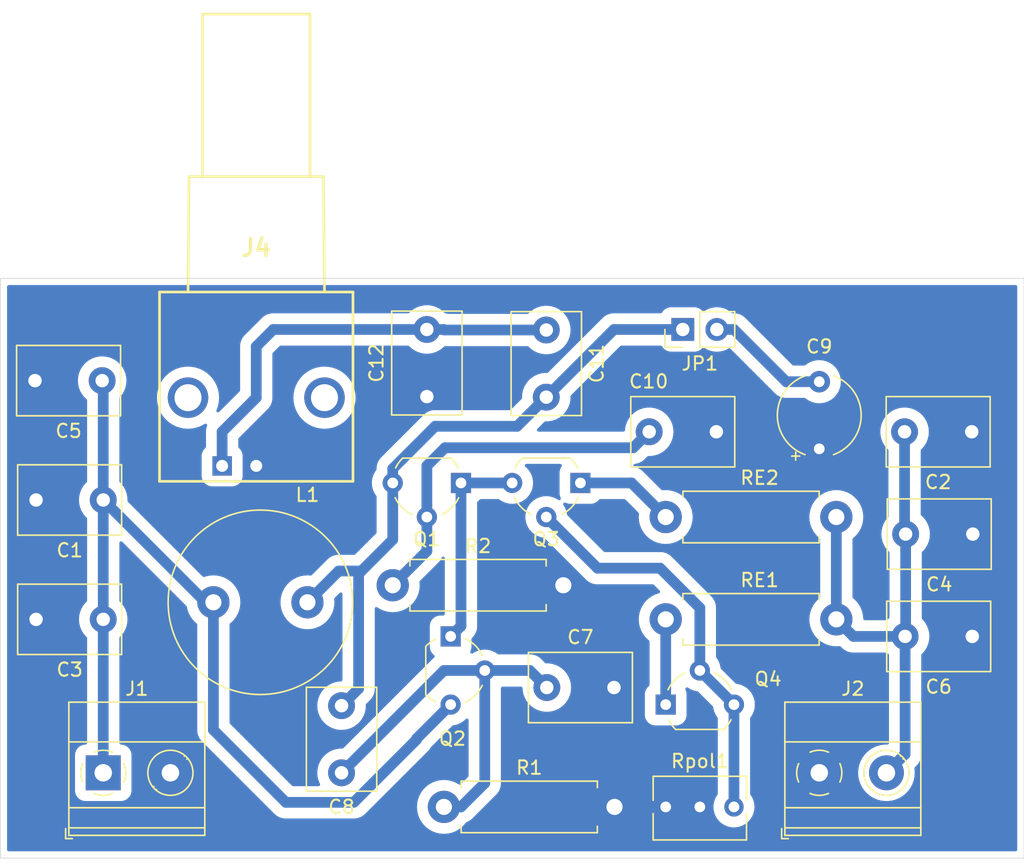
<source format=kicad_pcb>
(kicad_pcb (version 20240108) (generator "pcbnew") (generator_version "8.0")
  (layers (0 "F.Cu" signal) (31 "B.Cu" signal) (34 "B.Paste" user) (35 "F.Paste" user) (36 "B.SilkS" user "B.Silkscreen") (37 "F.SilkS" user "F.Silkscreen") (38 "B.Mask" user) (39 "F.Mask" user) (44 "Edge.Cuts" user))
  (net 0 "")
  (net 1 "GND")
  (net 2 "+6V")
  (net 3 "-6V")
  (net 4 "Net-(Q2-B)")
  (net 5 "Net-(JP1-A)")
  (net 6 "Net-(JP1-B)")
  (net 7 "Net-(Q1-B)")
  (net 8 "Net-(J4-In)")
  (net 9 "Net-(Q1-E)")
  (net 10 "Net-(Q3-E)")
  (net 11 "Net-(Q3-B)")
  (net 12 "Net-(Q4-E)")
  (footprint "Inductor_THT:L_Radial_D13.5mm_P7.00mm_Fastron_09HCP" (layer "F.Cu") (at 81.9 128.27)
    (property "Reference" "L1" (at 7 -8 0) (layer "F.SilkS"))
    (property "Value" "300n")
    (fp_circle (center 3.5 0) (end 10.37 0) (stroke (width 0.12)) (fill none) (layer "F.SilkS"))
    (pad "1" thru_hole circle (at 0 0) (size 2.4 2.4) (drill 1.2) (layers "*.Cu" "*.Mask") (net 2 "+6V"))
    (pad "2" thru_hole circle (at 7 0) (size 2.4 2.4) (drill 1.2) (layers "*.Cu" "*.Mask") (net 5 "Net-(JP1-A)"))
  )
  (footprint "Capacitor_THT:C_Disc_D7.5mm_W5.0mm_P5.00mm" (layer "F.Cu") (at 73.7 129.54 180)
    (property "Reference" "C3" (at 2.5 -3.75 360) (layer "F.SilkS"))
    (property "Value" "0.01u")
    (fp_line (start 6.37 -2.62) (end 6.37 2.62) (stroke (width 0.12)) (layer "F.SilkS"))
    (fp_line (start -1.37 2.62) (end 6.37 2.62) (stroke (width 0.12)) (layer "F.SilkS"))
    (fp_line (start -1.37 -2.62) (end 6.37 -2.62) (stroke (width 0.12)) (layer "F.SilkS"))
    (fp_line (start -1.37 -2.62) (end -1.37 2.62) (stroke (width 0.12)) (layer "F.SilkS"))
    (pad "1" thru_hole circle (at 0 0 180) (size 2 2) (drill 1) (layers "*.Cu" "*.Mask") (net 2 "+6V"))
    (pad "2" thru_hole circle (at 5 0 180) (size 2 2) (drill 1) (layers "*.Cu" "*.Mask") (net 1 "GND"))
  )
  (footprint "SamacSys_Parts:B6252H5NPP3G50" (layer "F.Cu") (at 82.55 118.11)
    (property "Reference" "J4" (at 2.54 -16.25 0) (layer "F.SilkS") (effects (font (size 1.27 1.27) (thickness 0.254))))
    (property "Value" "Conn_Coaxial" (hide yes))
    (fp_line (start -4.66 -12.95) (end 9.74 -12.95) (stroke (width 0.2)) (layer "F.SilkS"))
    (fp_line (start -4.66 1.15) (end -4.66 -12.95) (stroke (width 0.2)) (layer "F.SilkS"))
    (fp_line (start -2.54 -12.95) (end -2.46 -21.55) (stroke (width 0.2)) (layer "F.SilkS"))
    (fp_line (start -2.46 -21.55) (end 7.54 -21.55) (stroke (width 0.2)) (layer "F.SilkS"))
    (fp_line (start -1.46 -33.65) (end 6.54 -33.65) (stroke (width 0.2)) (layer "F.SilkS"))
    (fp_line (start -1.46 -21.55) (end -1.46 -33.65) (stroke (width 0.2)) (layer "F.SilkS"))
    (fp_line (start 6.54 -33.65) (end 6.54 -21.55) (stroke (width 0.2)) (layer "F.SilkS"))
    (fp_line (start 7.54 -21.55) (end 7.62 -12.95) (stroke (width 0.2)) (layer "F.SilkS"))
    (fp_line (start 9.74 -12.95) (end 9.74 1.15) (stroke (width 0.2)) (layer "F.SilkS"))
    (fp_line (start 9.74 1.15) (end -4.66 1.15) (stroke (width 0.2)) (layer "F.SilkS"))
    (pad "1" thru_hole rect (at 0 0) (size 1.446 1.446) (drill 0.89) (layers "*.Cu" "*.Mask") (net 8 "Net-(J4-In)"))
    (pad "2" thru_hole circle (at 2.54 0) (size 1.446 1.446) (drill 0.89) (layers "*.Cu" "*.Mask") (net 1 "GND"))
    (pad "MH1" thru_hole circle (at -2.54 -5.08) (size 3.015 3.015) (drill 2.01) (layers "*.Cu" "*.Mask"))
    (pad "MH2" thru_hole circle (at 7.62 -5.08) (size 3.015 3.015) (drill 2.01) (layers "*.Cu" "*.Mask"))
  )
  (footprint "TerminalBlock_Phoenix:TerminalBlock_Phoenix_MKDS-1,5-2_1x02_P5.00mm_Horizontal" (layer "F.Cu") (at 127 140.97)
    (property "Reference" "J2" (at 2.5 -6.26 0) (layer "F.SilkS"))
    (property "Value" "Screw_Terminal_01x02")
    (fp_line (start -2.8 4.16) (end -2.8 4.9) (stroke (width 0.12)) (layer "F.SilkS"))
    (fp_line (start -2.8 4.9) (end -2.3 4.9) (stroke (width 0.12)) (layer "F.SilkS"))
    (fp_line (start -2.56 -5.261) (end -2.56 4.66) (stroke (width 0.12)) (layer "F.SilkS"))
    (fp_line (start -2.56 -5.261) (end 7.56 -5.261) (stroke (width 0.12)) (layer "F.SilkS"))
    (fp_line (start -2.56 -2.301) (end 7.56 -2.301) (stroke (width 0.12)) (layer "F.SilkS"))
    (fp_line (start -2.56 2.6) (end 7.56 2.6) (stroke (width 0.12)) (layer "F.SilkS"))
    (fp_line (start -2.56 4.1) (end 7.56 4.1) (stroke (width 0.12)) (layer "F.SilkS"))
    (fp_line (start -2.56 4.66) (end 7.56 4.66) (stroke (width 0.12)) (layer "F.SilkS"))
    (fp_line (start 3.773 1.023) (end 3.726 1.069) (stroke (width 0.12)) (layer "F.SilkS"))
    (fp_line (start 3.966 1.239) (end 3.931 1.274) (stroke (width 0.12)) (layer "F.SilkS"))
    (fp_line (start 6.07 -1.275) (end 6.035 -1.239) (stroke (width 0.12)) (layer "F.SilkS"))
    (fp_line (start 6.275 -1.069) (end 6.228 -1.023) (stroke (width 0.12)) (layer "F.SilkS"))
    (fp_line (start 7.56 -5.261) (end 7.56 4.66) (stroke (width 0.12)) (layer "F.SilkS"))
    (fp_arc (start -1.535427 0.683042) (mid -1.680501 -0.000524) (end -1.535 -0.684) (stroke (width 0.12)) (layer "F.SilkS"))
    (fp_arc (start -0.683042 -1.535427) (mid 0.000524 -1.680501) (end 0.684 -1.535) (stroke (width 0.12)) (layer "F.SilkS"))
    (fp_arc (start 0.028805 1.680253) (mid -0.335551 1.646659) (end -0.684 1.535) (stroke (width 0.12)) (layer "F.SilkS"))
    (fp_arc (start 0.683318 1.534756) (mid 0.349292 1.643288) (end 0 1.68) (stroke (width 0.12)) (layer "F.SilkS"))
    (fp_arc (start 1.535427 -0.683042) (mid 1.680501 0.000524) (end 1.535 0.684) (stroke (width 0.12)) (layer "F.SilkS"))
    (fp_circle (center 5 0) (end 6.68 0) (stroke (width 0.12)) (fill none) (layer "F.SilkS"))
    (pad "1" thru_hole rect (at 0 0) (size 2.6 2.6) (drill 1.3) (layers "*.Cu" "*.Mask") (net 1 "GND"))
    (pad "2" thru_hole circle (at 5 0) (size 2.6 2.6) (drill 1.3) (layers "*.Cu" "*.Mask") (net 3 "-6V"))
  )
  (footprint "Capacitor_THT:CP_Radial_Tantal_D6.0mm_P5.00mm" (layer "F.Cu") (at 127 116.84 90)
    (property "Reference" "C9" (at 7.62 0 180) (layer "F.SilkS"))
    (property "Value" "100p")
    (fp_line (start -0.539749 -2.055) (end -0.539749 -1.455) (stroke (width 0.12)) (layer "F.SilkS"))
    (fp_line (start -0.839749 -1.755) (end -0.239749 -1.755) (stroke (width 0.12)) (layer "F.SilkS"))
    (fp_arc (start -0.434416 -1.06) (mid 2.5 -3.12) (end 5.434416 -1.06) (stroke (width 0.12)) (layer "F.SilkS"))
    (fp_arc (start 5.434416 1.06) (mid 2.5 3.12) (end -0.434416 1.06) (stroke (width 0.12)) (layer "F.SilkS"))
    (pad "1" thru_hole rect (at 0 0 90) (size 1.6 1.6) (drill 0.8) (layers "*.Cu" "*.Mask") (net 1 "GND"))
    (pad "2" thru_hole circle (at 5 0 90) (size 1.6 1.6) (drill 0.8) (layers "*.Cu" "*.Mask") (net 6 "Net-(JP1-B)"))
  )
  (footprint "Capacitor_THT:C_Disc_D7.5mm_W5.0mm_P5.00mm" (layer "F.Cu") (at 106.68 107.99 -90)
    (property "Reference" "C11" (at 2.5 -3.75 90) (layer "F.SilkS"))
    (property "Value" "680p")
    (fp_line (start -1.37 2.62) (end 6.37 2.62) (stroke (width 0.12)) (layer "F.SilkS"))
    (fp_line (start -1.37 -2.62) (end -1.37 2.62) (stroke (width 0.12)) (layer "F.SilkS"))
    (fp_line (start -1.37 -2.62) (end 6.37 -2.62) (stroke (width 0.12)) (layer "F.SilkS"))
    (fp_line (start 6.37 -2.62) (end 6.37 2.62) (stroke (width 0.12)) (layer "F.SilkS"))
    (pad "1" thru_hole circle (at 0 0 270) (size 2 2) (drill 1) (layers "*.Cu" "*.Mask") (net 8 "Net-(J4-In)"))
    (pad "2" thru_hole circle (at 5 0 270) (size 2 2) (drill 1) (layers "*.Cu" "*.Mask") (net 5 "Net-(JP1-A)"))
  )
  (footprint "Capacitor_THT:C_Disc_D7.5mm_W5.0mm_P5.00mm" (layer "F.Cu") (at 73.7 120.65 180)
    (property "Reference" "C1" (at 2.5 -3.75 360) (layer "F.SilkS"))
    (property "Value" "0.1u")
    (fp_line (start 6.37 -2.62) (end 6.37 2.62) (stroke (width 0.12)) (layer "F.SilkS"))
    (fp_line (start -1.37 2.62) (end 6.37 2.62) (stroke (width 0.12)) (layer "F.SilkS"))
    (fp_line (start -1.37 -2.62) (end 6.37 -2.62) (stroke (width 0.12)) (layer "F.SilkS"))
    (fp_line (start -1.37 -2.62) (end -1.37 2.62) (stroke (width 0.12)) (layer "F.SilkS"))
    (pad "1" thru_hole circle (at 0 0 180) (size 2 2) (drill 1) (layers "*.Cu" "*.Mask") (net 2 "+6V"))
    (pad "2" thru_hole circle (at 5 0 180) (size 2 2) (drill 1) (layers "*.Cu" "*.Mask") (net 1 "GND"))
  )
  (footprint "Capacitor_THT:C_Disc_D7.5mm_W5.0mm_P5.00mm" (layer "F.Cu") (at 91.44 140.97 90)
    (property "Reference" "C8" (at -2.54 0 180) (layer "F.SilkS"))
    (property "Value" "100p")
    (fp_line (start 6.37 -2.62) (end 6.37 2.62) (stroke (width 0.12)) (layer "F.SilkS"))
    (fp_line (start -1.37 -2.62) (end 6.37 -2.62) (stroke (width 0.12)) (layer "F.SilkS"))
    (fp_line (start -1.37 -2.62) (end -1.37 2.62) (stroke (width 0.12)) (layer "F.SilkS"))
    (fp_line (start -1.37 2.62) (end 6.37 2.62) (stroke (width 0.12)) (layer "F.SilkS"))
    (pad "1" thru_hole circle (at 0 0 90) (size 2 2) (drill 1) (layers "*.Cu" "*.Mask") (net 4 "Net-(Q2-B)"))
    (pad "2" thru_hole circle (at 5 0 90) (size 2 2) (drill 1) (layers "*.Cu" "*.Mask") (net 5 "Net-(JP1-A)"))
  )
  (footprint "Package_TO_SOT_THT:TO-92_Wide" (layer "F.Cu") (at 100.33 119.38 180)
    (property "Reference" "Q1" (at 2.55 -4.19 0) (layer "F.SilkS"))
    (property "Value" "2N3904")
    (fp_line (start 0.74 1.85) (end 4.34 1.85) (stroke (width 0.12)) (layer "F.SilkS"))
    (fp_arc (start 4.864184 1.122795) (mid 4.633903 1.509328) (end 4.34 1.85) (stroke (width 0.12)) (layer "F.SilkS"))
    (fp_arc (start 3.65 -2.35) (mid 4.382279 -1.833196) (end 4.895458 -1.098371) (stroke (width 0.12)) (layer "F.SilkS"))
    (fp_arc (start 0.74 1.85) (mid 0.446097 1.509328) (end 0.215816 1.122795) (stroke (width 0.12)) (layer "F.SilkS"))
    (fp_arc (start 0.172801 -1.103842) (mid 0.678995 -1.832692) (end 1.4 -2.35) (stroke (width 0.12)) (layer "F.SilkS"))
    (pad "1" thru_hole rect (at 0 0 180) (size 1.5 1.5) (drill 0.8) (layers "*.Cu" "*.Mask") (net 9 "Net-(Q1-E)"))
    (pad "2" thru_hole circle (at 2.54 -2.54 180) (size 1.5 1.5) (drill 0.8) (layers "*.Cu" "*.Mask") (net 7 "Net-(Q1-B)"))
    (pad "3" thru_hole circle (at 5.08 0 180) (size 1.5 1.5) (drill 0.8) (layers "*.Cu" "*.Mask") (net 5 "Net-(JP1-A)"))
  )
  (footprint "Package_TO_SOT_THT:TO-92_Wide" (layer "F.Cu") (at 99.56 130.81 -90)
    (property "Reference" "Q2" (at 7.62 -0.135 180) (layer "F.SilkS"))
    (property "Value" "2N3904")
    (fp_line (start 0.74 1.85) (end 4.34 1.85) (stroke (width 0.12)) (layer "F.SilkS"))
    (fp_arc (start 0.74 1.85) (mid 0.446097 1.509328) (end 0.215816 1.122795) (stroke (width 0.12)) (layer "F.SilkS"))
    (fp_arc (start 4.864184 1.122795) (mid 4.633903 1.509328) (end 4.34 1.85) (stroke (width 0.12)) (layer "F.SilkS"))
    (fp_arc (start 0.172801 -1.103842) (mid 0.678995 -1.832692) (end 1.4 -2.35) (stroke (width 0.12)) (layer "F.SilkS"))
    (fp_arc (start 3.65 -2.35) (mid 4.382279 -1.833196) (end 4.895458 -1.098371) (stroke (width 0.12)) (layer "F.SilkS"))
    (pad "1" thru_hole rect (at 0 0 270) (size 1.5 1.5) (drill 0.8) (layers "*.Cu" "*.Mask") (net 9 "Net-(Q1-E)"))
    (pad "2" thru_hole circle (at 2.54 -2.54 270) (size 1.5 1.5) (drill 0.8) (layers "*.Cu" "*.Mask") (net 4 "Net-(Q2-B)"))
    (pad "3" thru_hole circle (at 5.08 0 270) (size 1.5 1.5) (drill 0.8) (layers "*.Cu" "*.Mask") (net 2 "+6V"))
  )
  (footprint "Resistor_THT:R_Axial_DIN0411_L9.9mm_D3.6mm_P12.70mm_Horizontal" (layer "F.Cu") (at 115.57 129.54)
    (property "Reference" "RE1" (at 6.985 -2.92 0) (layer "F.SilkS"))
    (property "Value" "330")
    (fp_line (start 1.28 -1.92) (end 11.42 -1.92) (stroke (width 0.12)) (layer "F.SilkS"))
    (fp_line (start 1.28 -1.44) (end 1.28 -1.92) (stroke (width 0.12)) (layer "F.SilkS"))
    (fp_line (start 1.28 1.44) (end 1.28 1.92) (stroke (width 0.12)) (layer "F.SilkS"))
    (fp_line (start 1.28 1.92) (end 11.42 1.92) (stroke (width 0.12)) (layer "F.SilkS"))
    (fp_line (start 11.42 -1.92) (end 11.42 -1.44) (stroke (width 0.12)) (layer "F.SilkS"))
    (fp_line (start 11.42 1.92) (end 11.42 1.44) (stroke (width 0.12)) (layer "F.SilkS"))
    (pad "1" thru_hole circle (at 0 0) (size 2.4 2.4) (drill 1.2) (layers "*.Cu" "*.Mask") (net 12 "Net-(Q4-E)"))
    (pad "2" thru_hole oval (at 12.7 0) (size 2.4 2.4) (drill 1.2) (layers "*.Cu" "*.Mask") (net 3 "-6V"))
  )
  (footprint "Resistor_THT:R_Axial_DIN0411_L9.9mm_D3.6mm_P12.70mm_Horizontal" (layer "F.Cu") (at 99.06 143.51)
    (property "Reference" "R1" (at 6.35 -2.92 0) (layer "F.SilkS"))
    (property "Value" "1k")
    (fp_line (start 1.28 -1.92) (end 11.42 -1.92) (stroke (width 0.12)) (layer "F.SilkS"))
    (fp_line (start 1.28 -1.44) (end 1.28 -1.92) (stroke (width 0.12)) (layer "F.SilkS"))
    (fp_line (start 1.28 1.44) (end 1.28 1.92) (stroke (width 0.12)) (layer "F.SilkS"))
    (fp_line (start 1.28 1.92) (end 11.42 1.92) (stroke (width 0.12)) (layer "F.SilkS"))
    (fp_line (start 11.42 -1.92) (end 11.42 -1.44) (stroke (width 0.12)) (layer "F.SilkS"))
    (fp_line (start 11.42 1.92) (end 11.42 1.44) (stroke (width 0.12)) (layer "F.SilkS"))
    (pad "1" thru_hole circle (at 0 0) (size 2.4 2.4) (drill 1.2) (layers "*.Cu" "*.Mask") (net 4 "Net-(Q2-B)"))
    (pad "2" thru_hole oval (at 12.7 0) (size 2.4 2.4) (drill 1.2) (layers "*.Cu" "*.Mask") (net 1 "GND"))
  )
  (footprint "Connector_PinHeader_2.54mm:PinHeader_1x02_P2.54mm_Vertical" (layer "F.Cu") (at 116.84 107.95 90)
    (property "Reference" "JP1" (at -2.54 1.27 180) (layer "F.SilkS"))
    (property "Value" "Jumper_2_Open")
    (fp_line (start -1.33 -1.33) (end 0 -1.33) (stroke (width 0.12)) (layer "F.SilkS"))
    (fp_line (start -1.33 0) (end -1.33 -1.33) (stroke (width 0.12)) (layer "F.SilkS"))
    (fp_line (start 1.33 1.27) (end 1.33 3.87) (stroke (width 0.12)) (layer "F.SilkS"))
    (fp_line (start -1.33 1.27) (end 1.33 1.27) (stroke (width 0.12)) (layer "F.SilkS"))
    (fp_line (start -1.33 1.27) (end -1.33 3.87) (stroke (width 0.12)) (layer "F.SilkS"))
    (fp_line (start -1.33 3.87) (end 1.33 3.87) (stroke (width 0.12)) (layer "F.SilkS"))
    (pad "1" thru_hole rect (at 0 0 90) (size 1.7 1.7) (drill 1) (layers "*.Cu" "*.Mask") (net 5 "Net-(JP1-A)"))
    (pad "2" thru_hole oval (at 0 2.54 90) (size 1.7 1.7) (drill 1) (layers "*.Cu" "*.Mask") (net 6 "Net-(JP1-B)"))
  )
  (footprint "Resistor_THT:R_Axial_DIN0411_L9.9mm_D3.6mm_P12.70mm_Horizontal" (layer "F.Cu") (at 115.57 121.92)
    (property "Reference" "RE2" (at 6.985 -2.92 0) (layer "F.SilkS"))
    (property "Value" "330")
    (fp_line (start 1.28 -1.92) (end 11.42 -1.92) (stroke (width 0.12)) (layer "F.SilkS"))
    (fp_line (start 1.28 -1.44) (end 1.28 -1.92) (stroke (width 0.12)) (layer "F.SilkS"))
    (fp_line (start 1.28 1.44) (end 1.28 1.92) (stroke (width 0.12)) (layer "F.SilkS"))
    (fp_line (start 1.28 1.92) (end 11.42 1.92) (stroke (width 0.12)) (layer "F.SilkS"))
    (fp_line (start 11.42 -1.92) (end 11.42 -1.44) (stroke (width 0.12)) (layer "F.SilkS"))
    (fp_line (start 11.42 1.92) (end 11.42 1.44) (stroke (width 0.12)) (layer "F.SilkS"))
    (pad "1" thru_hole circle (at 0 0) (size 2.4 2.4) (drill 1.2) (layers "*.Cu" "*.Mask") (net 10 "Net-(Q3-E)"))
    (pad "2" thru_hole oval (at 12.7 0) (size 2.4 2.4) (drill 1.2) (layers "*.Cu" "*.Mask") (net 3 "-6V"))
  )
  (footprint "Capacitor_THT:C_Disc_D7.5mm_W5.0mm_P5.00mm" (layer "F.Cu") (at 73.62 111.76 180)
    (property "Reference" "C5" (at 2.5 -3.75 360) (layer "F.SilkS"))
    (property "Value" "0.001u")
    (fp_line (start 6.37 -2.62) (end 6.37 2.62) (stroke (width 0.12)) (layer "F.SilkS"))
    (fp_line (start -1.37 2.62) (end 6.37 2.62) (stroke (width 0.12)) (layer "F.SilkS"))
    (fp_line (start -1.37 -2.62) (end 6.37 -2.62) (stroke (width 0.12)) (layer "F.SilkS"))
    (fp_line (start -1.37 -2.62) (end -1.37 2.62) (stroke (width 0.12)) (layer "F.SilkS"))
    (pad "1" thru_hole circle (at 0 0 180) (size 2 2) (drill 1) (layers "*.Cu" "*.Mask") (net 2 "+6V"))
    (pad "2" thru_hole circle (at 5 0 180) (size 2 2) (drill 1) (layers "*.Cu" "*.Mask") (net 1 "GND"))
  )
  (footprint "Resistor_THT:R_Axial_DIN0411_L9.9mm_D3.6mm_P12.70mm_Horizontal" (layer "F.Cu") (at 95.25 127)
    (property "Reference" "R2" (at 6.35 -2.92 0) (layer "F.SilkS"))
    (property "Value" "1k")
    (fp_line (start 1.28 -1.92) (end 11.42 -1.92) (stroke (width 0.12)) (layer "F.SilkS"))
    (fp_line (start 1.28 -1.44) (end 1.28 -1.92) (stroke (width 0.12)) (layer "F.SilkS"))
    (fp_line (start 1.28 1.44) (end 1.28 1.92) (stroke (width 0.12)) (layer "F.SilkS"))
    (fp_line (start 1.28 1.92) (end 11.42 1.92) (stroke (width 0.12)) (layer "F.SilkS"))
    (fp_line (start 11.42 -1.92) (end 11.42 -1.44) (stroke (width 0.12)) (layer "F.SilkS"))
    (fp_line (start 11.42 1.92) (end 11.42 1.44) (stroke (width 0.12)) (layer "F.SilkS"))
    (pad "1" thru_hole circle (at 0 0) (size 2.4 2.4) (drill 1.2) (layers "*.Cu" "*.Mask") (net 7 "Net-(Q1-B)"))
    (pad "2" thru_hole oval (at 12.7 0) (size 2.4 2.4) (drill 1.2) (layers "*.Cu" "*.Mask") (net 1 "GND"))
  )
  (footprint "Capacitor_THT:C_Disc_D7.5mm_W5.0mm_P5.00mm" (layer "F.Cu") (at 97.79 112.95 90)
    (property "Reference" "C12" (at 2.5 -3.75 90) (layer "F.SilkS"))
    (property "Value" "2.7n")
    (fp_line (start 6.37 -2.62) (end 6.37 2.62) (stroke (width 0.12)) (layer "F.SilkS"))
    (fp_line (start -1.37 -2.62) (end 6.37 -2.62) (stroke (width 0.12)) (layer "F.SilkS"))
    (fp_line (start -1.37 -2.62) (end -1.37 2.62) (stroke (width 0.12)) (layer "F.SilkS"))
    (fp_line (start -1.37 2.62) (end 6.37 2.62) (stroke (width 0.12)) (layer "F.SilkS"))
    (pad "1" thru_hole circle (at 0 0 90) (size 2 2) (drill 1) (layers "*.Cu" "*.Mask") (net 1 "GND"))
    (pad "2" thru_hole circle (at 5 0 90) (size 2 2) (drill 1) (layers "*.Cu" "*.Mask") (net 8 "Net-(J4-In)"))
  )
  (footprint "Package_TO_SOT_THT:TO-92_Wide" (layer "F.Cu") (at 115.57 135.89)
    (property "Reference" "Q4" (at 7.62 -1.905 360) (layer "F.SilkS"))
    (property "Value" "2N3904")
    (fp_line (start 0.74 1.85) (end 4.34 1.85) (stroke (width 0.12)) (layer "F.SilkS"))
    (fp_arc (start 0.172801 -1.103842) (mid 0.678995 -1.832692) (end 1.4 -2.35) (stroke (width 0.12)) (layer "F.SilkS"))
    (fp_arc (start 0.74 1.85) (mid 0.446097 1.509328) (end 0.215816 1.122795) (stroke (width 0.12)) (layer "F.SilkS"))
    (fp_arc (start 3.65 -2.35) (mid 4.382279 -1.833196) (end 4.895458 -1.098371) (stroke (width 0.12)) (layer "F.SilkS"))
    (fp_arc (start 4.864184 1.122795) (mid 4.633903 1.509328) (end 4.34 1.85) (stroke (width 0.12)) (layer "F.SilkS"))
    (pad "1" thru_hole rect (at 0 0) (size 1.5 1.5) (drill 0.8) (layers "*.Cu" "*.Mask") (net 12 "Net-(Q4-E)"))
    (pad "2" thru_hole circle (at 2.54 -2.54) (size 1.5 1.5) (drill 0.8) (layers "*.Cu" "*.Mask") (net 11 "Net-(Q3-B)"))
    (pad "3" thru_hole circle (at 5.08 0) (size 1.5 1.5) (drill 0.8) (layers "*.Cu" "*.Mask") (net 11 "Net-(Q3-B)"))
  )
  (footprint "Capacitor_THT:C_Disc_D7.5mm_W5.0mm_P5.00mm" (layer "F.Cu") (at 114.34 115.57)
    (property "Reference" "C10" (at -0.04 -3.75 360) (layer "F.SilkS"))
    (property "Value" "10n")
    (fp_line (start -1.37 -2.62) (end -1.37 2.62) (stroke (width 0.12)) (layer "F.SilkS"))
    (fp_line (start -1.37 -2.62) (end 6.37 -2.62) (stroke (width 0.12)) (layer "F.SilkS"))
    (fp_line (start -1.37 2.62) (end 6.37 2.62) (stroke (width 0.12)) (layer "F.SilkS"))
    (fp_line (start 6.37 -2.62) (end 6.37 2.62) (stroke (width 0.12)) (layer "F.SilkS"))
    (pad "1" thru_hole circle (at 0 0) (size 2 2) (drill 1) (layers "*.Cu" "*.Mask") (net 7 "Net-(Q1-B)"))
    (pad "2" thru_hole circle (at 5 0) (size 2 2) (drill 1) (layers "*.Cu" "*.Mask") (net 1 "GND"))
  )
  (footprint "TerminalBlock_Phoenix:TerminalBlock_Phoenix_MKDS-1,5-2_1x02_P5.00mm_Horizontal" (layer "F.Cu") (at 73.7 140.97)
    (property "Reference" "J1" (at 2.5 -6.26 0) (layer "F.SilkS"))
    (property "Value" "Screw_Terminal_01x02")
    (fp_line (start -2.8 4.16) (end -2.8 4.9) (stroke (width 0.12)) (layer "F.SilkS"))
    (fp_line (start -2.8 4.9) (end -2.3 4.9) (stroke (width 0.12)) (layer "F.SilkS"))
    (fp_line (start -2.56 -5.261) (end -2.56 4.66) (stroke (width 0.12)) (layer "F.SilkS"))
    (fp_line (start -2.56 -5.261) (end 7.56 -5.261) (stroke (width 0.12)) (layer "F.SilkS"))
    (fp_line (start -2.56 -2.301) (end 7.56 -2.301) (stroke (width 0.12)) (layer "F.SilkS"))
    (fp_line (start -2.56 2.6) (end 7.56 2.6) (stroke (width 0.12)) (layer "F.SilkS"))
    (fp_line (start -2.56 4.1) (end 7.56 4.1) (stroke (width 0.12)) (layer "F.SilkS"))
    (fp_line (start -2.56 4.66) (end 7.56 4.66) (stroke (width 0.12)) (layer "F.SilkS"))
    (fp_line (start 3.773 1.023) (end 3.726 1.069) (stroke (width 0.12)) (layer "F.SilkS"))
    (fp_line (start 3.966 1.239) (end 3.931 1.274) (stroke (width 0.12)) (layer "F.SilkS"))
    (fp_line (start 6.07 -1.275) (end 6.035 -1.239) (stroke (width 0.12)) (layer "F.SilkS"))
    (fp_line (start 6.275 -1.069) (end 6.228 -1.023) (stroke (width 0.12)) (layer "F.SilkS"))
    (fp_line (start 7.56 -5.261) (end 7.56 4.66) (stroke (width 0.12)) (layer "F.SilkS"))
    (fp_arc (start -1.535427 0.683042) (mid -1.680501 -0.000524) (end -1.535 -0.684) (stroke (width 0.12)) (layer "F.SilkS"))
    (fp_arc (start -0.683042 -1.535427) (mid 0.000524 -1.680501) (end 0.684 -1.535) (stroke (width 0.12)) (layer "F.SilkS"))
    (fp_arc (start 0.028805 1.680253) (mid -0.335551 1.646659) (end -0.684 1.535) (stroke (width 0.12)) (layer "F.SilkS"))
    (fp_arc (start 0.683318 1.534756) (mid 0.349292 1.643288) (end 0 1.68) (stroke (width 0.12)) (layer "F.SilkS"))
    (fp_arc (start 1.535427 -0.683042) (mid 1.680501 0.000524) (end 1.535 0.684) (stroke (width 0.12)) (layer "F.SilkS"))
    (fp_circle (center 5 0) (end 6.68 0) (stroke (width 0.12)) (fill none) (layer "F.SilkS"))
    (pad "1" thru_hole rect (at 0 0) (size 2.6 2.6) (drill 1.3) (layers "*.Cu" "*.Mask") (net 2 "+6V"))
    (pad "2" thru_hole circle (at 5 0) (size 2.6 2.6) (drill 1.3) (layers "*.Cu" "*.Mask") (net 1 "GND"))
  )
  (footprint "Capacitor_THT:C_Disc_D7.5mm_W5.0mm_P5.00mm" (layer "F.Cu") (at 138.35 115.57 180)
    (property "Reference" "C2" (at 2.5 -3.75 360) (layer "F.SilkS"))
    (property "Value" "0.1u")
    (fp_line (start 6.37 -2.62) (end 6.37 2.62) (stroke (width 0.12)) (layer "F.SilkS"))
    (fp_line (start -1.37 2.62) (end 6.37 2.62) (stroke (width 0.12)) (layer "F.SilkS"))
    (fp_line (start -1.37 -2.62) (end 6.37 -2.62) (stroke (width 0.12)) (layer "F.SilkS"))
    (fp_line (start -1.37 -2.62) (end -1.37 2.62) (stroke (width 0.12)) (layer "F.SilkS"))
    (pad "1" thru_hole circle (at 0 0 180) (size 2 2) (drill 1) (layers "*.Cu" "*.Mask") (net 1 "GND"))
    (pad "2" thru_hole circle (at 5 0 180) (size 2 2) (drill 1) (layers "*.Cu" "*.Mask") (net 3 "-6V"))
  )
  (footprint "Package_TO_SOT_THT:TO-92_Wide" (layer "F.Cu") (at 109.22 119.38 180)
    (property "Reference" "Q3" (at 2.55 -4.19 0) (layer "F.SilkS"))
    (property "Value" "2N3904")
    (fp_line (start 0.74 1.85) (end 4.34 1.85) (stroke (width 0.12)) (layer "F.SilkS"))
    (fp_arc (start 4.864184 1.122795) (mid 4.633903 1.509328) (end 4.34 1.85) (stroke (width 0.12)) (layer "F.SilkS"))
    (fp_arc (start 3.65 -2.35) (mid 4.382279 -1.833196) (end 4.895458 -1.098371) (stroke (width 0.12)) (layer "F.SilkS"))
    (fp_arc (start 0.74 1.85) (mid 0.446097 1.509328) (end 0.215816 1.122795) (stroke (width 0.12)) (layer "F.SilkS"))
    (fp_arc (start 0.172801 -1.103842) (mid 0.678995 -1.832692) (end 1.4 -2.35) (stroke (width 0.12)) (layer "F.SilkS"))
    (pad "1" thru_hole rect (at 0 0 180) (size 1.5 1.5) (drill 0.8) (layers "*.Cu" "*.Mask") (net 10 "Net-(Q3-E)"))
    (pad "2" thru_hole circle (at 2.54 -2.54 180) (size 1.5 1.5) (drill 0.8) (layers "*.Cu" "*.Mask") (net 11 "Net-(Q3-B)"))
    (pad "3" thru_hole circle (at 5.08 0 180) (size 1.5 1.5) (drill 0.8) (layers "*.Cu" "*.Mask") (net 9 "Net-(Q1-E)"))
  )
  (footprint "Capacitor_THT:C_Disc_D7.5mm_W5.0mm_P5.00mm" (layer "F.Cu") (at 138.39 130.81 180)
    (property "Reference" "C6" (at 2.5 -3.75 360) (layer "F.SilkS"))
    (property "Value" "0.001u")
    (fp_line (start 6.37 -2.62) (end 6.37 2.62) (stroke (width 0.12)) (layer "F.SilkS"))
    (fp_line (start -1.37 2.62) (end 6.37 2.62) (stroke (width 0.12)) (layer "F.SilkS"))
    (fp_line (start -1.37 -2.62) (end 6.37 -2.62) (stroke (width 0.12)) (layer "F.SilkS"))
    (fp_line (start -1.37 -2.62) (end -1.37 2.62) (stroke (width 0.12)) (layer "F.SilkS"))
    (pad "1" thru_hole circle (at 0 0 180) (size 2 2) (drill 1) (layers "*.Cu" "*.Mask") (net 1 "GND"))
    (pad "2" thru_hole circle (at 5 0 180) (size 2 2) (drill 1) (layers "*.Cu" "*.Mask") (net 3 "-6V"))
  )
  (footprint "Capacitor_THT:C_Disc_D7.5mm_W5.0mm_P5.00mm" (layer "F.Cu") (at 138.43 123.19 180)
    (property "Reference" "C4" (at 2.5 -3.75 360) (layer "F.SilkS"))
    (property "Value" "0.01u")
    (fp_line (start 6.37 -2.62) (end 6.37 2.62) (stroke (width 0.12)) (layer "F.SilkS"))
    (fp_line (start -1.37 2.62) (end 6.37 2.62) (stroke (width 0.12)) (layer "F.SilkS"))
    (fp_line (start -1.37 -2.62) (end 6.37 -2.62) (stroke (width 0.12)) (layer "F.SilkS"))
    (fp_line (start -1.37 -2.62) (end -1.37 2.62) (stroke (width 0.12)) (layer "F.SilkS"))
    (pad "1" thru_hole circle (at 0 0 180) (size 2 2) (drill 1) (layers "*.Cu" "*.Mask") (net 1 "GND"))
    (pad "2" thru_hole circle (at 5 0 180) (size 2 2) (drill 1) (layers "*.Cu" "*.Mask") (net 3 "-6V"))
  )
  (footprint "Potentiometer_THT:Potentiometer_Bourns_3266Y_Vertical" (layer "F.Cu") (at 120.65 143.51)
    (property "Reference" "Rpol1" (at -2.54 -3.41 360) (layer "F.SilkS"))
    (property "Value" "1k")
    (fp_line (start -6.015 -2.28) (end -6.015 -0.494) (stroke (width 0.12)) (layer "F.SilkS"))
    (fp_line (start -6.015 -2.28) (end 0.935 -2.28) (stroke (width 0.12)) (layer "F.SilkS"))
    (fp_line (start -6.015 0.496) (end -6.015 2.46) (stroke (width 0.12)) (layer "F.SilkS"))
    (fp_line (start -6.015 2.46) (end 0.935 2.46) (stroke (width 0.12)) (layer "F.SilkS"))
    (fp_line (start 0.935 -2.28) (end 0.935 -0.494) (stroke (width 0.12)) (layer "F.SilkS"))
    (fp_line (start 0.935 0.496) (end 0.935 2.46) (stroke (width 0.12)) (layer "F.SilkS"))
    (pad "1" thru_hole circle (at 0 0) (size 1.44 1.44) (drill 0.8) (layers "*.Cu" "*.Mask") (net 11 "Net-(Q3-B)"))
    (pad "2" thru_hole circle (at -2.54 0) (size 1.44 1.44) (drill 0.8) (layers "*.Cu" "*.Mask") (net 1 "GND"))
    (pad "3" thru_hole circle (at -5.08 0) (size 1.44 1.44) (drill 0.8) (layers "*.Cu" "*.Mask") (net 1 "GND"))
  )
  (footprint "Capacitor_THT:C_Disc_D7.5mm_W5.0mm_P5.00mm" (layer "F.Cu") (at 106.72 134.62)
    (property "Reference" "C7" (at 2.5 -3.75 0) (layer "F.SilkS"))
    (property "Value" "100p")
    (fp_line (start -1.37 -2.62) (end -1.37 2.62) (stroke (width 0.12)) (layer "F.SilkS"))
    (fp_line (start -1.37 -2.62) (end 6.37 -2.62) (stroke (width 0.12)) (layer "F.SilkS"))
    (fp_line (start -1.37 2.62) (end 6.37 2.62) (stroke (width 0.12)) (layer "F.SilkS"))
    (fp_line (start 6.37 -2.62) (end 6.37 2.62) (stroke (width 0.12)) (layer "F.SilkS"))
    (pad "1" thru_hole circle (at 0 0) (size 2 2) (drill 1) (layers "*.Cu" "*.Mask") (net 4 "Net-(Q2-B)"))
    (pad "2" thru_hole circle (at 5 0) (size 2 2) (drill 1) (layers "*.Cu" "*.Mask") (net 1 "GND"))
  )
  (gr_rect (start 66.04 104.14) (end 142.24 147.32) (stroke (width 0.05)) (fill none) (layer "Edge.Cuts"))
  (segment (start 81.9 137.78) (end 87.29 143.17) (width 0.8) (layer "B.Cu") (net 2))
  (segment (start 73.7 111.84) (end 73.62 111.76) (width 0.8) (layer "B.Cu") (net 2))
  (segment (start 73.7 120.65) (end 73.7 111.84) (width 0.8) (layer "B.Cu") (net 2))
  (segment (start 73.7 120.65) (end 81.32 128.27) (width 0.8) (layer "B.Cu") (net 2))
  (segment (start 81.32 128.27) (end 81.9 128.27) (width 0.8) (layer "B.Cu") (net 2))
  (segment (start 81.9 128.27) (end 81.9 137.78) (width 0.8) (layer "B.Cu") (net 2))
  (segment (start 97.02 138.50127) (end 97.02 138.43) (width 0.8) (layer "B.Cu") (net 2))
  (segment (start 87.29 143.17) (end 92.35127 143.17) (width 0.8) (layer "B.Cu") (net 2))
  (segment (start 73.7 129.54) (end 73.7 120.65) (width 0.8) (layer "B.Cu") (net 2))
  (segment (start 97.02 138.43) (end 99.56 135.89) (width 0.8) (layer "B.Cu") (net 2))
  (segment (start 73.7 140.97) (end 73.7 129.54) (width 0.8) (layer "B.Cu") (net 2))
  (segment (start 92.35127 143.17) (end 97.02 138.50127) (width 0.8) (layer "B.Cu") (net 2))
  (segment (start 133.39 130.81) (end 129.54 130.81) (width 0.8) (layer "B.Cu") (net 3))
  (segment (start 133.35 123.11) (end 133.43 123.19) (width 0.8) (layer "B.Cu") (net 3))
  (segment (start 133.43 130.77) (end 133.39 130.81) (width 0.8) (layer "B.Cu") (net 3))
  (segment (start 133.43 123.19) (end 133.43 130.77) (width 0.8) (layer "B.Cu") (net 3))
  (segment (start 133.39 139.58) (end 133.39 130.81) (width 0.8) (layer "B.Cu") (net 3))
  (segment (start 133.35 115.57) (end 133.35 123.11) (width 0.8) (layer "B.Cu") (net 3))
  (segment (start 129.54 130.81) (end 128.27 129.54) (width 0.8) (layer "B.Cu") (net 3))
  (segment (start 128.27 129.54) (end 128.27 121.92) (width 0.8) (layer "B.Cu") (net 3))
  (segment (start 132 140.97) (end 133.39 139.58) (width 0.8) (layer "B.Cu") (net 3))
  (segment (start 102.1 141.74) (end 102.1 133.35) (width 0.8) (layer "B.Cu") (net 4))
  (segment (start 91.44 140.97) (end 99.06 133.35) (width 0.8) (layer "B.Cu") (net 4))
  (segment (start 105.45 133.35) (end 106.72 134.62) (width 0.8) (layer "B.Cu") (net 4))
  (segment (start 105.45 133.35) (end 102.1 133.35) (width 0.8) (layer "B.Cu") (net 4))
  (segment (start 99.06 133.35) (end 102.1 133.35) (width 0.8) (layer "B.Cu") (net 4))
  (segment (start 100.33 143.51) (end 102.1 141.74) (width 0.8) (layer "B.Cu") (net 4))
  (segment (start 99.06 143.51) (end 100.33 143.51) (width 0.8) (layer "B.Cu") (net 4))
  (segment (start 91.232056 125.937944) (end 88.9 128.27) (width 0.8) (layer "B.Cu") (net 5))
  (segment (start 104.51 115.16) (end 106.68 112.99) (width 0.8) (layer "B.Cu") (net 5))
  (segment (start 92.917944 125.937944) (end 91.232056 125.937944) (width 0.8) (layer "B.Cu") (net 5))
  (segment (start 95.25 119.38) (end 95.25 118.31934) (width 0.8) (layer "B.Cu") (net 5))
  (segment (start 92.71 134.7) (end 91.44 135.97) (width 0.8) (layer "B.Cu") (net 5))
  (segment (start 98.40934 115.16) (end 104.51 115.16) (width 0.8) (layer "B.Cu") (net 5))
  (segment (start 95.25 123.605887) (end 92.917944 125.937944) (width 0.8) (layer "B.Cu") (net 5))
  (segment (start 92.71 126.145887) (end 92.71 134.7) (width 0.8) (layer "B.Cu") (net 5))
  (segment (start 95.25 118.31934) (end 98.40934 115.16) (width 0.8) (layer "B.Cu") (net 5))
  (segment (start 95.25 119.38) (end 95.25 123.605887) (width 0.8) (layer "B.Cu") (net 5))
  (segment (start 111.72 107.95) (end 106.68 112.99) (width 0.8) (layer "B.Cu") (net 5))
  (segment (start 92.917944 125.937944) (end 92.71 126.145887) (width 0.8) (layer "B.Cu") (net 5))
  (segment (start 116.84 107.95) (end 111.72 107.95) (width 0.8) (layer "B.Cu") (net 5))
  (segment (start 124.54 111.84) (end 127 111.84) (width 0.8) (layer "B.Cu") (net 6))
  (segment (start 119.38 107.95) (end 120.65 107.95) (width 0.8) (layer "B.Cu") (net 6))
  (segment (start 120.65 107.95) (end 124.54 111.84) (width 0.8) (layer "B.Cu") (net 6))
  (segment (start 97.79 121.92) (end 97.79 118.11) (width 0.8) (layer "B.Cu") (net 7))
  (segment (start 97.79 121.92) (end 97.79 124.46) (width 0.8) (layer "B.Cu") (net 7))
  (segment (start 99.14 116.76) (end 113.15 116.76) (width 0.8) (layer "B.Cu") (net 7))
  (segment (start 97.79 124.46) (end 95.25 127) (width 0.8) (layer "B.Cu") (net 7))
  (segment (start 113.15 116.76) (end 114.34 115.57) (width 0.8) (layer "B.Cu") (net 7))
  (segment (start 97.79 118.11) (end 99.14 116.76) (width 0.8) (layer "B.Cu") (net 7))
  (segment (start 82.55 115.57) (end 82.55 118.11) (width 0.8) (layer "B.Cu") (net 8))
  (segment (start 85.09 113.03) (end 82.55 115.57) (width 0.8) (layer "B.Cu") (net 8))
  (segment (start 99.06 107.95) (end 99.1 107.99) (width 0.8) (layer "B.Cu") (net 8))
  (segment (start 97.79 107.95) (end 99.06 107.95) (width 0.8) (layer "B.Cu") (net 8))
  (segment (start 99.1 107.99) (end 106.68 107.99) (width 0.8) (layer "B.Cu") (net 8))
  (segment (start 85.09 109.22) (end 85.09 113.03) (width 0.8) (layer "B.Cu") (net 8))
  (segment (start 97.79 107.95) (end 86.36 107.95) (width 0.8) (layer "B.Cu") (net 8))
  (segment (start 86.36 107.95) (end 85.09 109.22) (width 0.8) (layer "B.Cu") (net 8))
  (segment (start 100.33 130.04) (end 100.33 119.38) (width 0.8) (layer "B.Cu") (net 9))
  (segment (start 99.56 130.81) (end 100.33 130.04) (width 0.8) (layer "B.Cu") (net 9))
  (segment (start 100.33 119.38) (end 104.14 119.38) (width 0.8) (layer "B.Cu") (net 9))
  (segment (start 109.22 119.38) (end 113.03 119.38) (width 0.8) (layer "B.Cu") (net 10))
  (segment (start 113.03 119.38) (end 115.57 121.92) (width 0.8) (layer "B.Cu") (net 10))
  (segment (start 118.11 128.685887) (end 118.11 133.35) (width 0.8) (layer "B.Cu") (net 11))
  (segment (start 120.65 135.89) (end 118.11 133.35) (width 0.8) (layer "B.Cu") (net 11))
  (segment (start 110.49 125.73) (end 115.154113 125.73) (width 0.8) (layer "B.Cu") (net 11))
  (segment (start 115.154113 125.73) (end 118.11 128.685887) (width 0.8) (layer "B.Cu") (net 11))
  (segment (start 120.65 143.51) (end 120.65 135.89) (width 0.8) (layer "B.Cu") (net 11))
  (segment (start 106.68 121.92) (end 110.49 125.73) (width 0.8) (layer "B.Cu") (net 11))
  (segment (start 115.57 135.89) (end 115.57 129.54) (width 0.8) (layer "B.Cu") (net 12))
  (zone (net 1) (net_name "GND") (layer "B.Cu") (connect_pads yes (clearance 0.5)) (min_thickness 0.25) (fill yes (thermal_gap 0.5) (thermal_bridge_width 0.5))
    (polygon (pts (xy 66.04 104.14) (xy 142.24 104.14) (xy 142.24 147.32) (xy 66.04 147.32)))
  )
)
</source>
